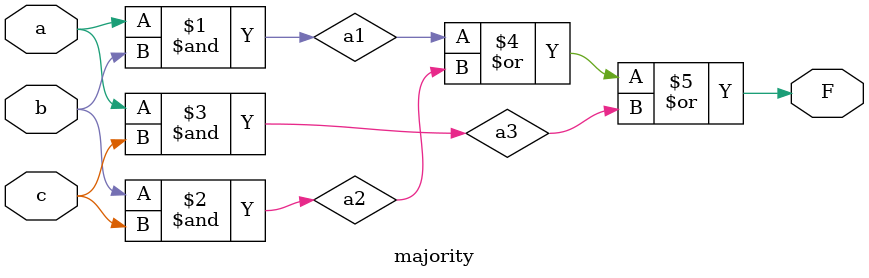
<source format=v>
module majority(
    F,a,b,c
);

input a,b,c;
output F;

wire a1,a2,a3;

and and_a1(a1,a,b);
and and_a2(a2,b,c);
and and_a3(a3,a,c);
or or_o1(F,a1,a2,a3);

endmodule
</source>
